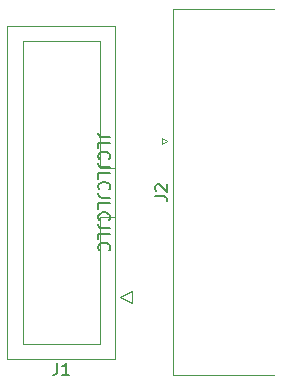
<source format=gbr>
%TF.GenerationSoftware,KiCad,Pcbnew,(5.99.0-11667-g1edb96cc5b)*%
%TF.CreationDate,2021-10-30T09:42:55+02:00*%
%TF.ProjectId,VGADE15toIDC16,56474144-4531-4357-946f-49444331362e,rev?*%
%TF.SameCoordinates,Original*%
%TF.FileFunction,Legend,Top*%
%TF.FilePolarity,Positive*%
%FSLAX46Y46*%
G04 Gerber Fmt 4.6, Leading zero omitted, Abs format (unit mm)*
G04 Created by KiCad (PCBNEW (5.99.0-11667-g1edb96cc5b)) date 2021-10-30 09:42:55*
%MOMM*%
%LPD*%
G01*
G04 APERTURE LIST*
%ADD10C,0.150000*%
%ADD11C,0.120000*%
G04 APERTURE END LIST*
D10*
X117157619Y-117250952D02*
X116443333Y-117250952D01*
X116300476Y-117203333D01*
X116205238Y-117108095D01*
X116157619Y-116965238D01*
X116157619Y-116870000D01*
X116157619Y-118203333D02*
X116157619Y-117727142D01*
X117157619Y-117727142D01*
X116252857Y-119108095D02*
X116205238Y-119060476D01*
X116157619Y-118917619D01*
X116157619Y-118822380D01*
X116205238Y-118679523D01*
X116300476Y-118584285D01*
X116395714Y-118536666D01*
X116586190Y-118489047D01*
X116729047Y-118489047D01*
X116919523Y-118536666D01*
X117014761Y-118584285D01*
X117110000Y-118679523D01*
X117157619Y-118822380D01*
X117157619Y-118917619D01*
X117110000Y-119060476D01*
X117062380Y-119108095D01*
X117157619Y-119822380D02*
X116443333Y-119822380D01*
X116300476Y-119774761D01*
X116205238Y-119679523D01*
X116157619Y-119536666D01*
X116157619Y-119441428D01*
X116157619Y-120774761D02*
X116157619Y-120298571D01*
X117157619Y-120298571D01*
X116252857Y-121679523D02*
X116205238Y-121631904D01*
X116157619Y-121489047D01*
X116157619Y-121393809D01*
X116205238Y-121250952D01*
X116300476Y-121155714D01*
X116395714Y-121108095D01*
X116586190Y-121060476D01*
X116729047Y-121060476D01*
X116919523Y-121108095D01*
X117014761Y-121155714D01*
X117110000Y-121250952D01*
X117157619Y-121393809D01*
X117157619Y-121489047D01*
X117110000Y-121631904D01*
X117062380Y-121679523D01*
X117157619Y-122393809D02*
X116443333Y-122393809D01*
X116300476Y-122346190D01*
X116205238Y-122250952D01*
X116157619Y-122108095D01*
X116157619Y-122012857D01*
X116157619Y-123346190D02*
X116157619Y-122870000D01*
X117157619Y-122870000D01*
X116252857Y-124250952D02*
X116205238Y-124203333D01*
X116157619Y-124060476D01*
X116157619Y-123965238D01*
X116205238Y-123822380D01*
X116300476Y-123727142D01*
X116395714Y-123679523D01*
X116586190Y-123631904D01*
X116729047Y-123631904D01*
X116919523Y-123679523D01*
X117014761Y-123727142D01*
X117110000Y-123822380D01*
X117157619Y-123965238D01*
X117157619Y-124060476D01*
X117110000Y-124203333D01*
X117062380Y-124250952D01*
X117157619Y-124965238D02*
X116443333Y-124965238D01*
X116300476Y-124917619D01*
X116205238Y-124822380D01*
X116157619Y-124679523D01*
X116157619Y-124584285D01*
X116157619Y-125917619D02*
X116157619Y-125441428D01*
X117157619Y-125441428D01*
X116252857Y-126822380D02*
X116205238Y-126774761D01*
X116157619Y-126631904D01*
X116157619Y-126536666D01*
X116205238Y-126393809D01*
X116300476Y-126298571D01*
X116395714Y-126250952D01*
X116586190Y-126203333D01*
X116729047Y-126203333D01*
X116919523Y-126250952D01*
X117014761Y-126298571D01*
X117110000Y-126393809D01*
X117157619Y-126536666D01*
X117157619Y-126631904D01*
X117110000Y-126774761D01*
X117062380Y-126822380D01*
%TO.C,J2*%
X120982380Y-122248333D02*
X121696666Y-122248333D01*
X121839523Y-122295952D01*
X121934761Y-122391190D01*
X121982380Y-122534047D01*
X121982380Y-122629285D01*
X121077619Y-121819761D02*
X121030000Y-121772142D01*
X120982380Y-121676904D01*
X120982380Y-121438809D01*
X121030000Y-121343571D01*
X121077619Y-121295952D01*
X121172857Y-121248333D01*
X121268095Y-121248333D01*
X121410952Y-121295952D01*
X121982380Y-121867380D01*
X121982380Y-121248333D01*
%TO.C,J1*%
X112689166Y-136372380D02*
X112689166Y-137086666D01*
X112641547Y-137229523D01*
X112546309Y-137324761D01*
X112403452Y-137372380D01*
X112308214Y-137372380D01*
X113689166Y-137372380D02*
X113117738Y-137372380D01*
X113403452Y-137372380D02*
X113403452Y-136372380D01*
X113308214Y-136515238D01*
X113212976Y-136610476D01*
X113117738Y-136658095D01*
D11*
%TO.C,J2*%
X131070000Y-137400000D02*
X122470000Y-137400000D01*
X122470000Y-137400000D02*
X122470000Y-106430000D01*
X122470000Y-106430000D02*
X131070000Y-106430000D01*
X121575662Y-117850000D02*
X121575662Y-117350000D01*
X122008675Y-117600000D02*
X121575662Y-117850000D01*
X121575662Y-117350000D02*
X122008675Y-117600000D01*
%TO.C,J1*%
X108462500Y-107830000D02*
X117582500Y-107830000D01*
X109772500Y-109130000D02*
X116272500Y-109130000D01*
X116272500Y-134730000D02*
X109772500Y-134730000D01*
X118972500Y-131320000D02*
X118972500Y-130320000D01*
X117582500Y-123980000D02*
X116272500Y-123980000D01*
X118972500Y-130320000D02*
X117972500Y-130820000D01*
X108462500Y-136030000D02*
X108462500Y-107830000D01*
X109772500Y-134730000D02*
X109772500Y-109130000D01*
X116272500Y-109130000D02*
X116272500Y-119880000D01*
X116272500Y-119880000D02*
X117582500Y-119880000D01*
X116272500Y-123980000D02*
X116272500Y-134730000D01*
X116272500Y-119880000D02*
X116272500Y-119880000D01*
X117582500Y-107830000D02*
X117582500Y-136030000D01*
X117582500Y-136030000D02*
X108462500Y-136030000D01*
X117972500Y-130820000D02*
X118972500Y-131320000D01*
%TD*%
M02*

</source>
